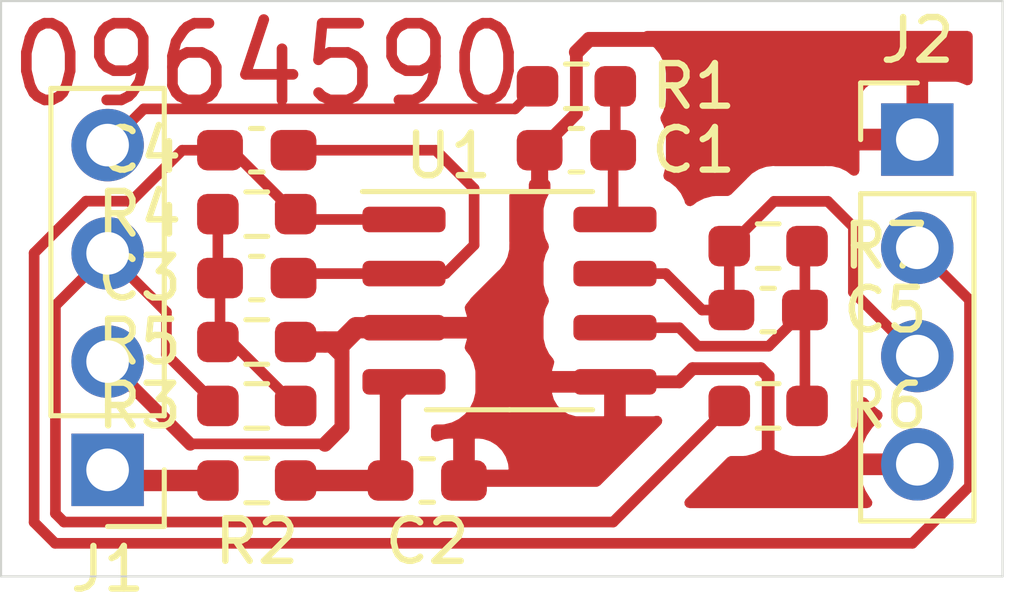
<source format=kicad_pcb>
(kicad_pcb (version 20211014) (generator pcbnew)
  (layers (0 "F.Cu" signal) (31 "B.Cu" signal) (34 "B.Paste" user) (35 "F.Paste" user) (36 "B.SilkS" user "B.Silkscreen") (37 "F.SilkS" user "F.Silkscreen") (38 "B.Mask" user) (39 "F.Mask" user) (44 "Edge.Cuts" user))
  (net 0 "")
  (net 1 "GND")
  (net 2 "Net-(C3-Pad2)")
  (net 3 "Net-(C3-Pad1)")
  (net 4 "+15V")
  (net 5 "-15V")
  (net 6 "/out_a")
  (net 7 "/fb_b")
  (net 8 "/out_b")
  (net 9 "/input")
  (net 10 "/15v")
  (net 11 "/-15v")
  (footprint "Capacitor_SMD:C_0603_1608Metric_Pad1.08x0.95mm_HandSolder" (layer "F.Cu") (at 145 109.5 180)
    (fp_text reference "C1" (at -2.75 0) (layer "F.SilkS"))
    (fp_text value "100n")
    (fp_line (start -0.146267 -0.51) (end 0.146267 -0.51) (layer "F.SilkS") (width 0.12))
    (fp_line (start -0.146267 0.51) (end 0.146267 0.51) (layer "F.SilkS") (width 0.12))
    (pad "1" smd roundrect locked (at -0.8625 0 180) (size 1.075 0.95) (layers "F.Cu" "F.Paste" "F.Mask") (net 10 "/15v"))
    (pad "2" smd roundrect locked (at 0.8625 0 180) (size 1.075 0.95) (layers "F.Cu" "F.Paste" "F.Mask") (net 1 "GND"))
  )
  (footprint "Capacitor_SMD:C_0603_1608Metric_Pad1.08x0.95mm_HandSolder" (layer "F.Cu") (at 141.5 117.25 180)
    (fp_text reference "C2" (at 0 -1.43) (layer "F.SilkS"))
    (fp_text value "100n")
    (fp_line (start -0.146267 -0.51) (end 0.146267 -0.51) (layer "F.SilkS") (width 0.12))
    (fp_line (start -0.146267 0.51) (end 0.146267 0.51) (layer "F.SilkS") (width 0.12))
    (pad "1" smd roundrect locked (at -0.8625 0 180) (size 1.075 0.95) (layers "F.Cu" "F.Paste" "F.Mask") (net 1 "GND"))
    (pad "2" smd roundrect locked (at 0.8625 0 180) (size 1.075 0.95) (layers "F.Cu" "F.Paste" "F.Mask") (net 11 "/-15v"))
  )
  (footprint "Capacitor_SMD:C_0603_1608Metric_Pad1.08x0.95mm_HandSolder" (layer "F.Cu") (at 137.5 112.5 180)
    (fp_text reference "C3" (at 2.75 0) (layer "F.SilkS"))
    (fp_text value "100n")
    (fp_line (start -0.146267 0.51) (end 0.146267 0.51) (layer "F.SilkS") (width 0.12))
    (fp_line (start -0.146267 -0.51) (end 0.146267 -0.51) (layer "F.SilkS") (width 0.12))
    (pad "1" smd roundrect locked (at -0.8625 0 180) (size 1.075 0.95) (layers "F.Cu" "F.Paste" "F.Mask") (net 3 "Net-(C3-Pad1)"))
    (pad "2" smd roundrect locked (at 0.8625 0 180) (size 1.075 0.95) (layers "F.Cu" "F.Paste" "F.Mask") (net 2 "Net-(C3-Pad2)"))
  )
  (footprint "Capacitor_SMD:C_0603_1608Metric_Pad1.08x0.95mm_HandSolder" (layer "F.Cu") (at 137.5 109.5)
    (fp_text reference "C4" (at -2.75 0) (layer "F.SilkS"))
    (fp_text value "100n")
    (fp_line (start -0.146267 -0.51) (end 0.146267 -0.51) (layer "F.SilkS") (width 0.12))
    (fp_line (start -0.146267 0.51) (end 0.146267 0.51) (layer "F.SilkS") (width 0.12))
    (pad "1" smd roundrect locked (at -0.8625 0) (size 1.075 0.95) (layers "F.Cu" "F.Paste" "F.Mask") (net 6 "/out_a"))
    (pad "2" smd roundrect locked (at 0.8625 0) (size 1.075 0.95) (layers "F.Cu" "F.Paste" "F.Mask") (net 3 "Net-(C3-Pad1)"))
  )
  (footprint "Capacitor_SMD:C_0603_1608Metric_Pad1.08x0.95mm_HandSolder" (layer "F.Cu") (at 149.5 113.25)
    (fp_text reference "C5" (at 2.75 0) (layer "F.SilkS"))
    (fp_text value "100n")
    (fp_line (start -0.146267 -0.51) (end 0.146267 -0.51) (layer "F.SilkS") (width 0.12))
    (fp_line (start -0.146267 0.51) (end 0.146267 0.51) (layer "F.SilkS") (width 0.12))
    (pad "1" smd roundrect locked (at -0.8625 0) (size 1.075 0.95) (layers "F.Cu" "F.Paste" "F.Mask") (net 8 "/out_b"))
    (pad "2" smd roundrect locked (at 0.8625 0) (size 1.075 0.95) (layers "F.Cu" "F.Paste" "F.Mask") (net 7 "/fb_b"))
  )
  (footprint "Connector_PinHeader_2.54mm:PinHeader_1x04_P2.54mm_Vertical" (layer "F.Cu") (at 134 117 180)
    (fp_text reference "J1" (at 0 -2.33) (layer "F.SilkS"))
    (fp_text value "input")
    (fp_line (start -1.33 1.27) (end 1.33 1.27) (layer "F.SilkS") (width 0.12))
    (fp_line (start 1.33 1.27) (end 1.33 8.95) (layer "F.SilkS") (width 0.12))
    (fp_line (start -1.33 1.27) (end -1.33 8.95) (layer "F.SilkS") (width 0.12))
    (fp_line (start -1.33 8.95) (end 1.33 8.95) (layer "F.SilkS") (width 0.12))
    (fp_line (start -1.33 0) (end -1.33 -1.33) (layer "F.SilkS") (width 0.12))
    (fp_line (start -1.33 -1.33) (end 0 -1.33) (layer "F.SilkS") (width 0.12))
    (pad "1" thru_hole rect locked (at 0 0 180) (size 1.7 1.7) (drill 1) (layers *.Cu *.Mask) (net 5 "-15V"))
    (pad "2" thru_hole oval locked (at 0 2.54 180) (size 1.7 1.7) (drill 1) (layers *.Cu *.Mask) (net 1 "GND"))
    (pad "3" thru_hole oval locked (at 0 5.08 180) (size 1.7 1.7) (drill 1) (layers *.Cu *.Mask) (net 9 "/input"))
    (pad "4" thru_hole oval locked (at 0 7.62 180) (size 1.7 1.7) (drill 1) (layers *.Cu *.Mask) (net 4 "+15V"))
  )
  (footprint "Connector_PinHeader_2.54mm:PinHeader_1x04_P2.54mm_Vertical" (layer "F.Cu") (at 153 109.25)
    (fp_text reference "J2" (at 0 -2.33) (layer "F.SilkS"))
    (fp_text value "output")
    (fp_line (start -1.33 0) (end -1.33 -1.33) (layer "F.SilkS") (width 0.12))
    (fp_line (start -1.33 1.27) (end -1.33 8.95) (layer "F.SilkS") (width 0.12))
    (fp_line (start -1.33 1.27) (end 1.33 1.27) (layer "F.SilkS") (width 0.12))
    (fp_line (start 1.33 1.27) (end 1.33 8.95) (layer "F.SilkS") (width 0.12))
    (fp_line (start -1.33 -1.33) (end 0 -1.33) (layer "F.SilkS") (width 0.12))
    (fp_line (start -1.33 8.95) (end 1.33 8.95) (layer "F.SilkS") (width 0.12))
    (pad "1" thru_hole rect locked (at 0 0) (size 1.7 1.7) (drill 1) (layers *.Cu *.Mask) (net 1 "GND"))
    (pad "2" thru_hole oval locked (at 0 2.54) (size 1.7 1.7) (drill 1) (layers *.Cu *.Mask) (net 6 "/out_a"))
    (pad "3" thru_hole oval locked (at 0 5.08) (size 1.7 1.7) (drill 1) (layers *.Cu *.Mask) (net 8 "/out_b"))
    (pad "4" thru_hole oval locked (at 0 7.62) (size 1.7 1.7) (drill 1) (layers *.Cu *.Mask) (net 1 "GND"))
  )
  (footprint "Resistor_SMD:R_0603_1608Metric_Pad0.98x0.95mm_HandSolder" (layer "F.Cu") (at 145 108)
    (fp_text reference "R1" (at 2.75 0) (layer "F.SilkS"))
    (fp_text value "10")
    (fp_line (start -0.254724 -0.5225) (end 0.254724 -0.5225) (layer "F.SilkS") (width 0.12))
    (fp_line (start -0.254724 0.5225) (end 0.254724 0.5225) (layer "F.SilkS") (width 0.12))
    (pad "1" smd roundrect locked (at -0.9125 0) (size 0.975 0.95) (layers "F.Cu" "F.Paste" "F.Mask") (net 4 "+15V"))
    (pad "2" smd roundrect locked (at 0.9125 0) (size 0.975 0.95) (layers "F.Cu" "F.Paste" "F.Mask") (net 10 "/15v"))
  )
  (footprint "Resistor_SMD:R_0603_1608Metric_Pad0.98x0.95mm_HandSolder" (layer "F.Cu") (at 137.5 117.25 180)
    (fp_text reference "R2" (at 0 -1.43) (layer "F.SilkS"))
    (fp_text value "10")
    (fp_line (start -0.254724 0.5225) (end 0.254724 0.5225) (layer "F.SilkS") (width 0.12))
    (fp_line (start -0.254724 -0.5225) (end 0.254724 -0.5225) (layer "F.SilkS") (width 0.12))
    (pad "1" smd roundrect locked (at -0.9125 0 180) (size 0.975 0.95) (layers "F.Cu" "F.Paste" "F.Mask") (net 11 "/-15v"))
    (pad "2" smd roundrect locked (at 0.9125 0 180) (size 0.975 0.95) (layers "F.Cu" "F.Paste" "F.Mask") (net 5 "-15V"))
  )
  (footprint "Resistor_SMD:R_0603_1608Metric_Pad0.98x0.95mm_HandSolder" (layer "F.Cu") (at 137.5 115.5 180)
    (fp_text reference "R3" (at 2.75 0) (layer "F.SilkS"))
    (fp_text value "10k")
    (fp_line (start -0.254724 -0.5225) (end 0.254724 -0.5225) (layer "F.SilkS") (width 0.12))
    (fp_line (start -0.254724 0.5225) (end 0.254724 0.5225) (layer "F.SilkS") (width 0.12))
    (pad "1" smd roundrect locked (at -0.9125 0 180) (size 0.975 0.95) (layers "F.Cu" "F.Paste" "F.Mask") (net 2 "Net-(C3-Pad2)"))
    (pad "2" smd roundrect locked (at 0.9125 0 180) (size 0.975 0.95) (layers "F.Cu" "F.Paste" "F.Mask") (net 9 "/input"))
  )
  (footprint "Resistor_SMD:R_0603_1608Metric_Pad0.98x0.95mm_HandSolder" (layer "F.Cu") (at 137.5 111 180)
    (fp_text reference "R4" (at 2.75 0) (layer "F.SilkS"))
    (fp_text value "10k")
    (fp_line (start -0.254724 0.5225) (end 0.254724 0.5225) (layer "F.SilkS") (width 0.12))
    (fp_line (start -0.254724 -0.5225) (end 0.254724 -0.5225) (layer "F.SilkS") (width 0.12))
    (pad "1" smd roundrect locked (at -0.9125 0 180) (size 0.975 0.95) (layers "F.Cu" "F.Paste" "F.Mask") (net 6 "/out_a"))
    (pad "2" smd roundrect locked (at 0.9125 0 180) (size 0.975 0.95) (layers "F.Cu" "F.Paste" "F.Mask") (net 2 "Net-(C3-Pad2)"))
  )
  (footprint "Resistor_SMD:R_0603_1608Metric_Pad0.98x0.95mm_HandSolder" (layer "F.Cu") (at 137.5 114)
    (fp_text reference "R5" (at -2.75 0) (layer "F.SilkS"))
    (fp_text value "10k")
    (fp_line (start -0.254724 0.5225) (end 0.254724 0.5225) (layer "F.SilkS") (width 0.12))
    (fp_line (start -0.254724 -0.5225) (end 0.254724 -0.5225) (layer "F.SilkS") (width 0.12))
    (pad "1" smd roundrect locked (at -0.9125 0) (size 0.975 0.95) (layers "F.Cu" "F.Paste" "F.Mask") (net 2 "Net-(C3-Pad2)"))
    (pad "2" smd roundrect locked (at 0.9125 0) (size 0.975 0.95) (layers "F.Cu" "F.Paste" "F.Mask") (net 1 "GND"))
  )
  (footprint "Resistor_SMD:R_0603_1608Metric_Pad0.98x0.95mm_HandSolder" (layer "F.Cu") (at 149.5 115.5 180)
    (fp_text reference "R6" (at -2.75 0) (layer "F.SilkS"))
    (fp_text value "10k")
    (fp_line (start -0.254724 0.5225) (end 0.254724 0.5225) (layer "F.SilkS") (width 0.12))
    (fp_line (start -0.254724 -0.5225) (end 0.254724 -0.5225) (layer "F.SilkS") (width 0.12))
    (pad "1" smd roundrect locked (at -0.9125 0 180) (size 0.975 0.95) (layers "F.Cu" "F.Paste" "F.Mask") (net 7 "/fb_b"))
    (pad "2" smd roundrect locked (at 0.9125 0 180) (size 0.975 0.95) (layers "F.Cu" "F.Paste" "F.Mask") (net 9 "/input"))
  )
  (footprint "Resistor_SMD:R_0603_1608Metric_Pad0.98x0.95mm_HandSolder" (layer "F.Cu") (at 149.5 111.75)
    (fp_text reference "R7" (at 2.75 0) (layer "F.SilkS"))
    (fp_text value "10k")
    (fp_line (start -0.254724 0.5225) (end 0.254724 0.5225) (layer "F.SilkS") (width 0.12))
    (fp_line (start -0.254724 -0.5225) (end 0.254724 -0.5225) (layer "F.SilkS") (width 0.12))
    (pad "1" smd roundrect locked (at -0.9125 0) (size 0.975 0.95) (layers "F.Cu" "F.Paste" "F.Mask") (net 8 "/out_b"))
    (pad "2" smd roundrect locked (at 0.9125 0) (size 0.975 0.95) (layers "F.Cu" "F.Paste" "F.Mask") (net 7 "/fb_b"))
  )
  (footprint "Package_SO:SOIC-8_3.9x4.9mm_P1.27mm" (layer "F.Cu") (at 143.43 113.03)
    (fp_text reference "U1" (at -1.43 -3.4) (layer "F.SilkS"))
    (fp_text value "LM358")
    (fp_line (start 0 2.56) (end -1.95 2.56) (layer "F.SilkS") (width 0.12))
    (fp_line (start 0 2.56) (end 1.95 2.56) (layer "F.SilkS") (width 0.12))
    (fp_line (start 0 -2.56) (end -3.45 -2.56) (layer "F.SilkS") (width 0.12))
    (fp_line (start 0 -2.56) (end 1.95 -2.56) (layer "F.SilkS") (width 0.12))
    (pad "1" smd roundrect locked (at -2.475 -1.905) (size 1.95 0.6) (layers "F.Cu" "F.Paste" "F.Mask") (net 6 "/out_a"))
    (pad "2" smd roundrect locked (at -2.475 -0.635) (size 1.95 0.6) (layers "F.Cu" "F.Paste" "F.Mask") (net 3 "Net-(C3-Pad1)"))
    (pad "3" smd roundrect locked (at -2.475 0.635) (size 1.95 0.6) (layers "F.Cu" "F.Paste" "F.Mask") (net 1 "GND"))
    (pad "4" smd roundrect locked (at -2.475 1.905) (size 1.95 0.6) (layers "F.Cu" "F.Paste" "F.Mask") (net 11 "/-15v"))
    (pad "5" smd roundrect locked (at 2.475 1.905) (size 1.95 0.6) (layers "F.Cu" "F.Paste" "F.Mask") (net 1 "GND"))
    (pad "6" smd roundrect locked (at 2.475 0.635) (size 1.95 0.6) (layers "F.Cu" "F.Paste" "F.Mask") (net 7 "/fb_b"))
    (pad "7" smd roundrect locked (at 2.475 -0.635) (size 1.95 0.6) (layers "F.Cu" "F.Paste" "F.Mask") (net 8 "/out_b"))
    (pad "8" smd roundrect locked (at 2.475 -1.905) (size 1.95 0.6) (layers "F.Cu" "F.Paste" "F.Mask") (net 10 "/15v"))
  )
  (gr_line (start 131.5 106) (end 131.5 119.5) (layer "Edge.Cuts") (width 0.05))
  (gr_line (start 155 106) (end 131.5 106) (layer "Edge.Cuts") (width 0.05))
  (gr_line (start 155 119.5) (end 155 106) (layer "Edge.Cuts") (width 0.05))
  (gr_line (start 131.5 119.5) (end 155 119.5) (layer "Edge.Cuts") (width 0.05))
  (gr_text "0964590" (at 137.75 107.5) (layer "F.Cu") (effects (font (size 1.8 1.8) (thickness 0.25))))
  (segment (start 149.32548 114.62548) (end 149.5 114.8) (width 0.3) (layer "F.Cu") (net 1))
  (segment (start 147.72642 114.62548) (end 149.32548 114.62548) (width 0.3) (layer "F.Cu") (net 1))
  (segment (start 139.835 113.665) (end 140.955 113.665) (width 0.5) (layer "F.Cu") (net 1))
  (segment (start 149.5 114.8) (end 149.5 116.6) (width 0.3) (layer "F.Cu") (net 1))
  (segment (start 135.94998 116.39) (end 135.93999 116.39999) (width 0.25) (layer "F.Cu") (net 1))
  (segment (start 147.72642 114.62548) (end 147.4169 114.935) (width 0.3) (layer "F.Cu") (net 1))
  (segment (start 139.5 114) (end 139.1 114) (width 0.5) (layer "F.Cu") (net 1))
  (segment (start 139.10001 116.39999) (end 139.09002 116.39) (width 0.25) (layer "F.Cu") (net 1))
  (segment (start 144.1375 109.5) (end 144.99952 108.63798) (width 0.3) (layer "F.Cu") (net 1))
  (segment (start 139.5 116) (end 139.10001 116.39999) (width 0.35) (layer "F.Cu") (net 1))
  (segment (start 147 106.9) (end 147.5 107.4) (width 0.35) (layer "F.Cu") (net 1))
  (segment (start 139.5 114) (end 139.5 114.4) (width 0.35) (layer "F.Cu") (net 1))
  (segment (start 144.99952 108.63798) (end 144.99952 107.20048) (width 0.3) (layer "F.Cu") (net 1))
  (segment (start 144.1375 109.5) (end 144.1375 110.5) (width 0.4) (layer "F.Cu") (net 1))
  (segment (start 139.5 114.4) (end 139.5 116) (width 0.35) (layer "F.Cu") (net 1))
  (segment (start 139.09002 116.39) (end 135.94998 116.39) (width 0.25) (layer "F.Cu") (net 1))
  (segment (start 147.4169 114.935) (end 145.905 114.935) (width 0.3) (layer "F.Cu") (net 1))
  (segment (start 144.99952 107.20048) (end 145.3 106.9) (width 0.35) (layer "F.Cu") (net 1))
  (segment (start 134 114.46) (end 135.93999 116.39999) (width 0.3) (layer "F.Cu") (net 1))
  (segment (start 139.5 114) (end 139.835 113.665) (width 0.5) (layer "F.Cu") (net 1))
  (segment (start 139.1 114) (end 138.4125 114) (width 0.5) (layer "F.Cu") (net 1))
  (segment (start 145.3 106.9) (end 147 106.9) (width 0.35) (layer "F.Cu") (net 1))
  (segment (start 139.1 114) (end 139.5 114.4) (width 0.25) (layer "F.Cu") (net 1))
  (segment (start 136.9125 114) (end 138.4125 115.5) (width 0.25) (layer "F.Cu") (net 2))
  (segment (start 136.6375 113.95) (end 136.5875 114) (width 0.25) (layer "F.Cu") (net 2))
  (segment (start 136.5875 112.45) (end 136.6375 112.5) (width 0.25) (layer "F.Cu") (net 2))
  (segment (start 136.5875 114) (end 136.9125 114) (width 0.25) (layer "F.Cu") (net 2))
  (segment (start 136.6375 112.5) (end 136.6375 113.95) (width 0.25) (layer "F.Cu") (net 2))
  (segment (start 136.5875 111) (end 136.5875 112.45) (width 0.25) (layer "F.Cu") (net 2))
  (segment (start 140.955 112.395) (end 141.93 112.395) (width 0.25) (layer "F.Cu") (net 3))
  (segment (start 142.6 111.725) (end 142.6 110.4) (width 0.25) (layer "F.Cu") (net 3))
  (segment (start 140.955 112.395) (end 138.4675 112.395) (width 0.25) (layer "F.Cu") (net 3))
  (segment (start 141.93 112.395) (end 142.6 111.725) (width 0.25) (layer "F.Cu") (net 3))
  (segment (start 142.6 110.4) (end 141.7 109.5) (width 0.25) (layer "F.Cu") (net 3))
  (segment (start 138.4675 112.395) (end 138.3625 112.5) (width 0.25) (layer "F.Cu") (net 3))
  (segment (start 141.7 109.5) (end 138.3625 109.5) (width 0.25) (layer "F.Cu") (net 3))
  (segment (start 134 109.38) (end 134.849999 108.530001) (width 0.25) (layer "F.Cu") (net 4))
  (segment (start 143.557499 108.530001) (end 144.0875 108) (width 0.25) (layer "F.Cu") (net 4))
  (segment (start 134.849999 108.530001) (end 143.557499 108.530001) (width 0.25) (layer "F.Cu") (net 4))
  (segment (start 134.25 117.25) (end 134 117) (width 0.5) (layer "F.Cu") (net 5))
  (segment (start 136.5875 117.25) (end 134.25 117.25) (width 0.5) (layer "F.Cu") (net 5))
  (segment (start 154.224511 113.014511) (end 153 111.79) (width 0.25) (layer "F.Cu") (net 6))
  (segment (start 133.49279 110.695489) (end 132.27597 111.912309) (width 0.25) (layer "F.Cu") (net 6))
  (segment (start 136.6375 109.5) (end 135.75 109.5) (width 0.25) (layer "F.Cu") (net 6))
  (segment (start 140.955 111.125) (end 138.5375 111.125) (width 0.25) (layer "F.Cu") (net 6))
  (segment (start 134.50721 110.695489) (end 133.49279 110.695489) (width 0.25) (layer "F.Cu") (net 6))
  (segment (start 132.76858 118.72403) (end 152.884972 118.72403) (width 0.25) (layer "F.Cu") (net 6))
  (segment (start 132.27597 118.23142) (end 132.76858 118.72403) (width 0.25) (layer "F.Cu") (net 6))
  (segment (start 132.27597 111.912309) (end 132.27597 118.23142) (width 0.25) (layer "F.Cu") (net 6))
  (segment (start 136.6375 109.5) (end 136.9125 109.5) (width 0.25) (layer "F.Cu") (net 6))
  (segment (start 134.53086 110.71914) (end 134.50721 110.695489) (width 0.25) (layer "F.Cu") (net 6))
  (segment (start 152.884972 118.72403) (end 154.224511 117.384491) (width 0.25) (layer "F.Cu") (net 6))
  (segment (start 154.224511 117.384491) (end 154.224511 113.014511) (width 0.25) (layer "F.Cu") (net 6))
  (segment (start 136.9125 109.5) (end 138.4125 111) (width 0.25) (layer "F.Cu") (net 6))
  (segment (start 138.5375 111.125) (end 138.4125 111) (width 0.25) (layer "F.Cu") (net 6))
  (segment (start 135.75 109.5) (end 134.53086 110.71914) (width 0.25) (layer "F.Cu") (net 6))
  (segment (start 150.3625 111.8) (end 150.4125 111.75) (width 0.25) (layer "F.Cu") (net 7))
  (segment (start 150.3625 113.25) (end 150.3625 111.8) (width 0.25) (layer "F.Cu") (net 7))
  (segment (start 147.84952 114.09952) (end 149.51298 114.09952) (width 0.25) (layer "F.Cu") (net 7))
  (segment (start 150.3625 115.45) (end 150.4125 115.5) (width 0.25) (layer "F.Cu") (net 7))
  (segment (start 150.3625 113.25) (end 150.3625 115.45) (width 0.25) (layer "F.Cu") (net 7))
  (segment (start 145.905 113.665) (end 147.415 113.665) (width 0.25) (layer "F.Cu") (net 7))
  (segment (start 147.415 113.665) (end 147.84952 114.09952) (width 0.25) (layer "F.Cu") (net 7))
  (segment (start 149.51298 114.09952) (end 150.3625 113.25) (width 0.25) (layer "F.Cu") (net 7))
  (segment (start 147.95 113.25) (end 148.6375 113.25) (width 0.25) (layer "F.Cu") (net 8))
  (segment (start 147.095 112.395) (end 147.95 113.25) (width 0.25) (layer "F.Cu") (net 8))
  (segment (start 148.5875 111.75) (end 148.5875 113.2) (width 0.25) (layer "F.Cu") (net 8))
  (segment (start 151.5 111.3) (end 151.5 112.83) (width 0.25) (layer "F.Cu") (net 8))
  (segment (start 148.5875 111.75) (end 149.6375 110.7) (width 0.25) (layer "F.Cu") (net 8))
  (segment (start 149.6375 110.7) (end 150.9 110.7) (width 0.25) (layer "F.Cu") (net 8))
  (segment (start 148.5875 113.2) (end 148.6375 113.25) (width 0.25) (layer "F.Cu") (net 8))
  (segment (start 145.905 112.395) (end 147.095 112.395) (width 0.25) (layer "F.Cu") (net 8))
  (segment (start 151.5 112.83) (end 153 114.33) (width 0.25) (layer "F.Cu") (net 8))
  (segment (start 150.9 110.7) (end 151.5 111.3) (width 0.25) (layer "F.Cu") (net 8))
  (segment (start 134 111.92) (end 135.38 113.3) (width 0.25) (layer "F.Cu") (net 9))
  (segment (start 132.975489 118.224511) (end 132.775489 118.024511) (width 0.25) (layer "F.Cu") (net 9))
  (segment (start 132.775489 113.144511) (end 132.775489 118.024511) (width 0.25) (layer "F.Cu") (net 9))
  (segment (start 134 111.92) (end 132.775489 113.144511) (width 0.25) (layer "F.Cu") (net 9))
  (segment (start 132.975489 118.224511) (end 145.862989 118.224511) (width 0.25) (layer "F.Cu") (net 9))
  (segment (start 135.38 114.2925) (end 136.5875 115.5) (width 0.25) (layer "F.Cu") (net 9))
  (segment (start 145.862989 118.224511) (end 148.5875 115.5) (width 0.25) (layer "F.Cu") (net 9))
  (segment (start 135.38 113.3) (end 135.38 114.2925) (width 0.25) (layer "F.Cu") (net 9))
  (segment (start 145.8625 111.0825) (end 145.905 111.125) (width 0.25) (layer "F.Cu") (net 10))
  (segment (start 145.8625 109.5) (end 145.8625 111.0825) (width 0.25) (layer "F.Cu") (net 10))
  (segment (start 145.9125 109.45) (end 145.8625 109.5) (width 0.25) (layer "F.Cu") (net 10))
  (segment (start 145.9125 108) (end 145.9125 109.45) (width 0.25) (layer "F.Cu") (net 10))
  (segment (start 140.6375 117.25) (end 140.6375 115.2525) (width 0.5) (layer "F.Cu") (net 11))
  (segment (start 140.6375 115.2525) (end 140.955 114.935) (width 0.5) (layer "F.Cu") (net 11))
  (segment (start 138.4125 117.25) (end 140.6375 117.25) (width 0.5) (layer "F.Cu") (net 11))
  (zone (net 1) (net_name "GND") (layer "F.Cu") (connect_pads (clearance 0.7)) (min_thickness 0.25) (fill yes (thermal_gap 0.508) (thermal_bridge_width 0.508))
    (polygon (pts (xy 154.5 119) (xy 132 119) (xy 132 107) (xy 145 107) (xy 145.5 106.5) (xy 154.5 106.5)))
  )
)
</source>
